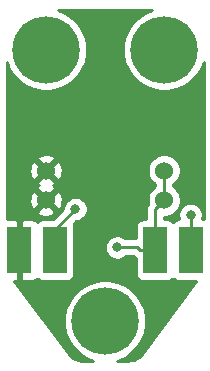
<source format=gbr>
%TF.GenerationSoftware,KiCad,Pcbnew,5.1.9+dfsg1-1+deb11u1*%
%TF.CreationDate,2023-07-29T18:16:24+09:00*%
%TF.ProjectId,probe-adapter,70726f62-652d-4616-9461-707465722e6b,rev?*%
%TF.SameCoordinates,Original*%
%TF.FileFunction,Copper,L2,Bot*%
%TF.FilePolarity,Positive*%
%FSLAX46Y46*%
G04 Gerber Fmt 4.6, Leading zero omitted, Abs format (unit mm)*
G04 Created by KiCad (PCBNEW 5.1.9+dfsg1-1+deb11u1) date 2023-07-29 18:16:24*
%MOMM*%
%LPD*%
G01*
G04 APERTURE LIST*
%TA.AperFunction,ComponentPad*%
%ADD10C,5.700000*%
%TD*%
%TA.AperFunction,SMDPad,CuDef*%
%ADD11R,2.000000X4.000000*%
%TD*%
%TA.AperFunction,ComponentPad*%
%ADD12C,1.524000*%
%TD*%
%TA.AperFunction,ViaPad*%
%ADD13C,0.800000*%
%TD*%
%TA.AperFunction,Conductor*%
%ADD14C,0.250000*%
%TD*%
%TA.AperFunction,Conductor*%
%ADD15C,0.254000*%
%TD*%
%TA.AperFunction,Conductor*%
%ADD16C,0.100000*%
%TD*%
G04 APERTURE END LIST*
D10*
%TO.P,REF\u002A\u002A,1*%
%TO.N,N/C*%
X181500000Y-124500000D03*
%TD*%
%TO.P,REF\u002A\u002A,1*%
%TO.N,N/C*%
X186500000Y-101500000D03*
%TD*%
%TO.P,REF\u002A\u002A,1*%
%TO.N,N/C*%
X176500000Y-101500000D03*
%TD*%
D11*
%TO.P,J1,1*%
%TO.N,NEOPIXEL*%
X188750000Y-118500000D03*
%TD*%
%TO.P,J2,1*%
%TO.N,GND*%
X174250000Y-118500000D03*
%TD*%
%TO.P,J3,1*%
%TO.N,PROBE*%
X185750000Y-118500000D03*
%TD*%
%TO.P,J4,1*%
%TO.N,5V*%
X177250000Y-118500000D03*
%TD*%
D12*
%TO.P,J5,1*%
%TO.N,GND*%
X176500000Y-111750000D03*
%TO.P,J5,2*%
X176500000Y-114250000D03*
%TD*%
%TO.P,J6,2*%
%TO.N,PROBE*%
X186500000Y-114250000D03*
%TO.P,J6,1*%
X186500000Y-111750000D03*
%TD*%
D13*
%TO.N,5V*%
X179000000Y-115000000D03*
%TO.N,PROBE*%
X182525000Y-118250000D03*
%TO.N,NEOPIXEL*%
X188750000Y-115500000D03*
%TD*%
D14*
%TO.N,5V*%
X177250000Y-116750000D02*
X179000000Y-115000000D01*
X177250000Y-118500000D02*
X177250000Y-116750000D01*
%TO.N,PROBE*%
X185750000Y-115000000D02*
X186500000Y-114250000D01*
X185750000Y-118500000D02*
X185750000Y-115000000D01*
X185750000Y-118500000D02*
X184500000Y-118500000D01*
X184500000Y-118500000D02*
X184250000Y-118250000D01*
X184250000Y-118250000D02*
X182525000Y-118250000D01*
X186500000Y-111750000D02*
X186500000Y-114250000D01*
%TO.N,NEOPIXEL*%
X188750000Y-118500000D02*
X188750000Y-115500000D01*
%TD*%
D15*
%TO.N,GND*%
X184849234Y-98411633D02*
X184278442Y-98793024D01*
X183793024Y-99278442D01*
X183411633Y-99849234D01*
X183148927Y-100483463D01*
X183015000Y-101156758D01*
X183015000Y-101843242D01*
X183148927Y-102516537D01*
X183411633Y-103150766D01*
X183793024Y-103721558D01*
X184278442Y-104206976D01*
X184849234Y-104588367D01*
X185483463Y-104851073D01*
X186156758Y-104985000D01*
X186843242Y-104985000D01*
X187516537Y-104851073D01*
X188150766Y-104588367D01*
X188721558Y-104206976D01*
X189206976Y-103721558D01*
X189588367Y-103150766D01*
X189840000Y-102543270D01*
X189840001Y-115870792D01*
X189750000Y-115861928D01*
X189720361Y-115861928D01*
X189745226Y-115801898D01*
X189785000Y-115601939D01*
X189785000Y-115398061D01*
X189745226Y-115198102D01*
X189667205Y-115009744D01*
X189553937Y-114840226D01*
X189409774Y-114696063D01*
X189240256Y-114582795D01*
X189051898Y-114504774D01*
X188851939Y-114465000D01*
X188648061Y-114465000D01*
X188448102Y-114504774D01*
X188259744Y-114582795D01*
X188090226Y-114696063D01*
X187946063Y-114840226D01*
X187832795Y-115009744D01*
X187754774Y-115198102D01*
X187715000Y-115398061D01*
X187715000Y-115601939D01*
X187754774Y-115801898D01*
X187779639Y-115861928D01*
X187750000Y-115861928D01*
X187625518Y-115874188D01*
X187505820Y-115910498D01*
X187395506Y-115969463D01*
X187298815Y-116048815D01*
X187250000Y-116108296D01*
X187201185Y-116048815D01*
X187104494Y-115969463D01*
X186994180Y-115910498D01*
X186874482Y-115874188D01*
X186750000Y-115861928D01*
X186510000Y-115861928D01*
X186510000Y-115647000D01*
X186637592Y-115647000D01*
X186907490Y-115593314D01*
X187161727Y-115488005D01*
X187390535Y-115335120D01*
X187585120Y-115140535D01*
X187738005Y-114911727D01*
X187843314Y-114657490D01*
X187897000Y-114387592D01*
X187897000Y-114112408D01*
X187843314Y-113842510D01*
X187738005Y-113588273D01*
X187585120Y-113359465D01*
X187390535Y-113164880D01*
X187260000Y-113077659D01*
X187260000Y-112922341D01*
X187390535Y-112835120D01*
X187585120Y-112640535D01*
X187738005Y-112411727D01*
X187843314Y-112157490D01*
X187897000Y-111887592D01*
X187897000Y-111612408D01*
X187843314Y-111342510D01*
X187738005Y-111088273D01*
X187585120Y-110859465D01*
X187390535Y-110664880D01*
X187161727Y-110511995D01*
X186907490Y-110406686D01*
X186637592Y-110353000D01*
X186362408Y-110353000D01*
X186092510Y-110406686D01*
X185838273Y-110511995D01*
X185609465Y-110664880D01*
X185414880Y-110859465D01*
X185261995Y-111088273D01*
X185156686Y-111342510D01*
X185103000Y-111612408D01*
X185103000Y-111887592D01*
X185156686Y-112157490D01*
X185261995Y-112411727D01*
X185414880Y-112640535D01*
X185609465Y-112835120D01*
X185740000Y-112922341D01*
X185740001Y-113077659D01*
X185609465Y-113164880D01*
X185414880Y-113359465D01*
X185261995Y-113588273D01*
X185156686Y-113842510D01*
X185103000Y-114112408D01*
X185103000Y-114387592D01*
X185135467Y-114550816D01*
X185115026Y-114575724D01*
X185044454Y-114707754D01*
X185031337Y-114750997D01*
X185004271Y-114840226D01*
X185000998Y-114851015D01*
X184986324Y-115000000D01*
X184990001Y-115037332D01*
X184990001Y-115861928D01*
X184750000Y-115861928D01*
X184625518Y-115874188D01*
X184505820Y-115910498D01*
X184395506Y-115969463D01*
X184298815Y-116048815D01*
X184219463Y-116145506D01*
X184160498Y-116255820D01*
X184124188Y-116375518D01*
X184111928Y-116500000D01*
X184111928Y-117490000D01*
X183228711Y-117490000D01*
X183184774Y-117446063D01*
X183015256Y-117332795D01*
X182826898Y-117254774D01*
X182626939Y-117215000D01*
X182423061Y-117215000D01*
X182223102Y-117254774D01*
X182034744Y-117332795D01*
X181865226Y-117446063D01*
X181721063Y-117590226D01*
X181607795Y-117759744D01*
X181529774Y-117948102D01*
X181490000Y-118148061D01*
X181490000Y-118351939D01*
X181529774Y-118551898D01*
X181607795Y-118740256D01*
X181721063Y-118909774D01*
X181865226Y-119053937D01*
X182034744Y-119167205D01*
X182223102Y-119245226D01*
X182423061Y-119285000D01*
X182626939Y-119285000D01*
X182826898Y-119245226D01*
X183015256Y-119167205D01*
X183184774Y-119053937D01*
X183228711Y-119010000D01*
X183935198Y-119010000D01*
X183936200Y-119011002D01*
X183959999Y-119040001D01*
X184075724Y-119134974D01*
X184111928Y-119154326D01*
X184111928Y-120500000D01*
X184124188Y-120624482D01*
X184160498Y-120744180D01*
X184219463Y-120854494D01*
X184298815Y-120951185D01*
X184395506Y-121030537D01*
X184505820Y-121089502D01*
X184625518Y-121125812D01*
X184750000Y-121138072D01*
X186750000Y-121138072D01*
X186874482Y-121125812D01*
X186994180Y-121089502D01*
X187104494Y-121030537D01*
X187201185Y-120951185D01*
X187250000Y-120891704D01*
X187298815Y-120951185D01*
X187395506Y-121030537D01*
X187505820Y-121089502D01*
X187625518Y-121125812D01*
X187750000Y-121138072D01*
X189196423Y-121138072D01*
X184591370Y-127278174D01*
X184393304Y-127494553D01*
X184183116Y-127649122D01*
X183946906Y-127759922D01*
X183685588Y-127824738D01*
X183476000Y-127840000D01*
X182543270Y-127840000D01*
X183150766Y-127588367D01*
X183721558Y-127206976D01*
X184206976Y-126721558D01*
X184588367Y-126150766D01*
X184851073Y-125516537D01*
X184985000Y-124843242D01*
X184985000Y-124156758D01*
X184851073Y-123483463D01*
X184588367Y-122849234D01*
X184206976Y-122278442D01*
X183721558Y-121793024D01*
X183150766Y-121411633D01*
X182516537Y-121148927D01*
X181843242Y-121015000D01*
X181156758Y-121015000D01*
X180483463Y-121148927D01*
X179849234Y-121411633D01*
X179278442Y-121793024D01*
X178793024Y-122278442D01*
X178411633Y-122849234D01*
X178148927Y-123483463D01*
X178015000Y-124156758D01*
X178015000Y-124843242D01*
X178148927Y-125516537D01*
X178411633Y-126150766D01*
X178793024Y-126721558D01*
X179278442Y-127206976D01*
X179849234Y-127588367D01*
X180456730Y-127840000D01*
X179532289Y-127840000D01*
X179240343Y-127811374D01*
X178990571Y-127735964D01*
X178760205Y-127613477D01*
X178551563Y-127443312D01*
X178413592Y-127284789D01*
X173801796Y-121135699D01*
X173964250Y-121135000D01*
X174123000Y-120976250D01*
X174123000Y-118627000D01*
X174103000Y-118627000D01*
X174103000Y-118373000D01*
X174123000Y-118373000D01*
X174123000Y-116023750D01*
X174377000Y-116023750D01*
X174377000Y-118373000D01*
X174397000Y-118373000D01*
X174397000Y-118627000D01*
X174377000Y-118627000D01*
X174377000Y-120976250D01*
X174535750Y-121135000D01*
X175250000Y-121138072D01*
X175374482Y-121125812D01*
X175494180Y-121089502D01*
X175604494Y-121030537D01*
X175701185Y-120951185D01*
X175750000Y-120891704D01*
X175798815Y-120951185D01*
X175895506Y-121030537D01*
X176005820Y-121089502D01*
X176125518Y-121125812D01*
X176250000Y-121138072D01*
X178250000Y-121138072D01*
X178374482Y-121125812D01*
X178494180Y-121089502D01*
X178604494Y-121030537D01*
X178701185Y-120951185D01*
X178780537Y-120854494D01*
X178839502Y-120744180D01*
X178875812Y-120624482D01*
X178888072Y-120500000D01*
X178888072Y-116500000D01*
X178875812Y-116375518D01*
X178839502Y-116255820D01*
X178832354Y-116242447D01*
X179039802Y-116035000D01*
X179101939Y-116035000D01*
X179301898Y-115995226D01*
X179490256Y-115917205D01*
X179659774Y-115803937D01*
X179803937Y-115659774D01*
X179917205Y-115490256D01*
X179995226Y-115301898D01*
X180035000Y-115101939D01*
X180035000Y-114898061D01*
X179995226Y-114698102D01*
X179917205Y-114509744D01*
X179803937Y-114340226D01*
X179659774Y-114196063D01*
X179490256Y-114082795D01*
X179301898Y-114004774D01*
X179101939Y-113965000D01*
X178898061Y-113965000D01*
X178698102Y-114004774D01*
X178509744Y-114082795D01*
X178340226Y-114196063D01*
X178196063Y-114340226D01*
X178082795Y-114509744D01*
X178004774Y-114698102D01*
X177965000Y-114898061D01*
X177965000Y-114960198D01*
X177063271Y-115861928D01*
X176250000Y-115861928D01*
X176125518Y-115874188D01*
X176005820Y-115910498D01*
X175895506Y-115969463D01*
X175798815Y-116048815D01*
X175750000Y-116108296D01*
X175701185Y-116048815D01*
X175604494Y-115969463D01*
X175494180Y-115910498D01*
X175374482Y-115874188D01*
X175250000Y-115861928D01*
X174535750Y-115865000D01*
X174377000Y-116023750D01*
X174123000Y-116023750D01*
X173964250Y-115865000D01*
X173250000Y-115861928D01*
X173160000Y-115870792D01*
X173160000Y-115215565D01*
X175714040Y-115215565D01*
X175781020Y-115455656D01*
X176030048Y-115572756D01*
X176297135Y-115639023D01*
X176572017Y-115651910D01*
X176844133Y-115610922D01*
X177103023Y-115517636D01*
X177218980Y-115455656D01*
X177285960Y-115215565D01*
X176500000Y-114429605D01*
X175714040Y-115215565D01*
X173160000Y-115215565D01*
X173160000Y-114322017D01*
X175098090Y-114322017D01*
X175139078Y-114594133D01*
X175232364Y-114853023D01*
X175294344Y-114968980D01*
X175534435Y-115035960D01*
X176320395Y-114250000D01*
X176679605Y-114250000D01*
X177465565Y-115035960D01*
X177705656Y-114968980D01*
X177822756Y-114719952D01*
X177889023Y-114452865D01*
X177901910Y-114177983D01*
X177860922Y-113905867D01*
X177767636Y-113646977D01*
X177705656Y-113531020D01*
X177465565Y-113464040D01*
X176679605Y-114250000D01*
X176320395Y-114250000D01*
X175534435Y-113464040D01*
X175294344Y-113531020D01*
X175177244Y-113780048D01*
X175110977Y-114047135D01*
X175098090Y-114322017D01*
X173160000Y-114322017D01*
X173160000Y-112715565D01*
X175714040Y-112715565D01*
X175781020Y-112955656D01*
X175869290Y-112997163D01*
X175781020Y-113044344D01*
X175714040Y-113284435D01*
X176500000Y-114070395D01*
X177285960Y-113284435D01*
X177218980Y-113044344D01*
X177130710Y-113002837D01*
X177218980Y-112955656D01*
X177285960Y-112715565D01*
X176500000Y-111929605D01*
X175714040Y-112715565D01*
X173160000Y-112715565D01*
X173160000Y-111822017D01*
X175098090Y-111822017D01*
X175139078Y-112094133D01*
X175232364Y-112353023D01*
X175294344Y-112468980D01*
X175534435Y-112535960D01*
X176320395Y-111750000D01*
X176679605Y-111750000D01*
X177465565Y-112535960D01*
X177705656Y-112468980D01*
X177822756Y-112219952D01*
X177889023Y-111952865D01*
X177901910Y-111677983D01*
X177860922Y-111405867D01*
X177767636Y-111146977D01*
X177705656Y-111031020D01*
X177465565Y-110964040D01*
X176679605Y-111750000D01*
X176320395Y-111750000D01*
X175534435Y-110964040D01*
X175294344Y-111031020D01*
X175177244Y-111280048D01*
X175110977Y-111547135D01*
X175098090Y-111822017D01*
X173160000Y-111822017D01*
X173160000Y-110784435D01*
X175714040Y-110784435D01*
X176500000Y-111570395D01*
X177285960Y-110784435D01*
X177218980Y-110544344D01*
X176969952Y-110427244D01*
X176702865Y-110360977D01*
X176427983Y-110348090D01*
X176155867Y-110389078D01*
X175896977Y-110482364D01*
X175781020Y-110544344D01*
X175714040Y-110784435D01*
X173160000Y-110784435D01*
X173160000Y-102543270D01*
X173411633Y-103150766D01*
X173793024Y-103721558D01*
X174278442Y-104206976D01*
X174849234Y-104588367D01*
X175483463Y-104851073D01*
X176156758Y-104985000D01*
X176843242Y-104985000D01*
X177516537Y-104851073D01*
X178150766Y-104588367D01*
X178721558Y-104206976D01*
X179206976Y-103721558D01*
X179588367Y-103150766D01*
X179851073Y-102516537D01*
X179985000Y-101843242D01*
X179985000Y-101156758D01*
X179851073Y-100483463D01*
X179588367Y-99849234D01*
X179206976Y-99278442D01*
X178721558Y-98793024D01*
X178150766Y-98411633D01*
X177543270Y-98160000D01*
X185456730Y-98160000D01*
X184849234Y-98411633D01*
%TA.AperFunction,Conductor*%
D16*
G36*
X184849234Y-98411633D02*
G01*
X184278442Y-98793024D01*
X183793024Y-99278442D01*
X183411633Y-99849234D01*
X183148927Y-100483463D01*
X183015000Y-101156758D01*
X183015000Y-101843242D01*
X183148927Y-102516537D01*
X183411633Y-103150766D01*
X183793024Y-103721558D01*
X184278442Y-104206976D01*
X184849234Y-104588367D01*
X185483463Y-104851073D01*
X186156758Y-104985000D01*
X186843242Y-104985000D01*
X187516537Y-104851073D01*
X188150766Y-104588367D01*
X188721558Y-104206976D01*
X189206976Y-103721558D01*
X189588367Y-103150766D01*
X189840000Y-102543270D01*
X189840001Y-115870792D01*
X189750000Y-115861928D01*
X189720361Y-115861928D01*
X189745226Y-115801898D01*
X189785000Y-115601939D01*
X189785000Y-115398061D01*
X189745226Y-115198102D01*
X189667205Y-115009744D01*
X189553937Y-114840226D01*
X189409774Y-114696063D01*
X189240256Y-114582795D01*
X189051898Y-114504774D01*
X188851939Y-114465000D01*
X188648061Y-114465000D01*
X188448102Y-114504774D01*
X188259744Y-114582795D01*
X188090226Y-114696063D01*
X187946063Y-114840226D01*
X187832795Y-115009744D01*
X187754774Y-115198102D01*
X187715000Y-115398061D01*
X187715000Y-115601939D01*
X187754774Y-115801898D01*
X187779639Y-115861928D01*
X187750000Y-115861928D01*
X187625518Y-115874188D01*
X187505820Y-115910498D01*
X187395506Y-115969463D01*
X187298815Y-116048815D01*
X187250000Y-116108296D01*
X187201185Y-116048815D01*
X187104494Y-115969463D01*
X186994180Y-115910498D01*
X186874482Y-115874188D01*
X186750000Y-115861928D01*
X186510000Y-115861928D01*
X186510000Y-115647000D01*
X186637592Y-115647000D01*
X186907490Y-115593314D01*
X187161727Y-115488005D01*
X187390535Y-115335120D01*
X187585120Y-115140535D01*
X187738005Y-114911727D01*
X187843314Y-114657490D01*
X187897000Y-114387592D01*
X187897000Y-114112408D01*
X187843314Y-113842510D01*
X187738005Y-113588273D01*
X187585120Y-113359465D01*
X187390535Y-113164880D01*
X187260000Y-113077659D01*
X187260000Y-112922341D01*
X187390535Y-112835120D01*
X187585120Y-112640535D01*
X187738005Y-112411727D01*
X187843314Y-112157490D01*
X187897000Y-111887592D01*
X187897000Y-111612408D01*
X187843314Y-111342510D01*
X187738005Y-111088273D01*
X187585120Y-110859465D01*
X187390535Y-110664880D01*
X187161727Y-110511995D01*
X186907490Y-110406686D01*
X186637592Y-110353000D01*
X186362408Y-110353000D01*
X186092510Y-110406686D01*
X185838273Y-110511995D01*
X185609465Y-110664880D01*
X185414880Y-110859465D01*
X185261995Y-111088273D01*
X185156686Y-111342510D01*
X185103000Y-111612408D01*
X185103000Y-111887592D01*
X185156686Y-112157490D01*
X185261995Y-112411727D01*
X185414880Y-112640535D01*
X185609465Y-112835120D01*
X185740000Y-112922341D01*
X185740001Y-113077659D01*
X185609465Y-113164880D01*
X185414880Y-113359465D01*
X185261995Y-113588273D01*
X185156686Y-113842510D01*
X185103000Y-114112408D01*
X185103000Y-114387592D01*
X185135467Y-114550816D01*
X185115026Y-114575724D01*
X185044454Y-114707754D01*
X185031337Y-114750997D01*
X185004271Y-114840226D01*
X185000998Y-114851015D01*
X184986324Y-115000000D01*
X184990001Y-115037332D01*
X184990001Y-115861928D01*
X184750000Y-115861928D01*
X184625518Y-115874188D01*
X184505820Y-115910498D01*
X184395506Y-115969463D01*
X184298815Y-116048815D01*
X184219463Y-116145506D01*
X184160498Y-116255820D01*
X184124188Y-116375518D01*
X184111928Y-116500000D01*
X184111928Y-117490000D01*
X183228711Y-117490000D01*
X183184774Y-117446063D01*
X183015256Y-117332795D01*
X182826898Y-117254774D01*
X182626939Y-117215000D01*
X182423061Y-117215000D01*
X182223102Y-117254774D01*
X182034744Y-117332795D01*
X181865226Y-117446063D01*
X181721063Y-117590226D01*
X181607795Y-117759744D01*
X181529774Y-117948102D01*
X181490000Y-118148061D01*
X181490000Y-118351939D01*
X181529774Y-118551898D01*
X181607795Y-118740256D01*
X181721063Y-118909774D01*
X181865226Y-119053937D01*
X182034744Y-119167205D01*
X182223102Y-119245226D01*
X182423061Y-119285000D01*
X182626939Y-119285000D01*
X182826898Y-119245226D01*
X183015256Y-119167205D01*
X183184774Y-119053937D01*
X183228711Y-119010000D01*
X183935198Y-119010000D01*
X183936200Y-119011002D01*
X183959999Y-119040001D01*
X184075724Y-119134974D01*
X184111928Y-119154326D01*
X184111928Y-120500000D01*
X184124188Y-120624482D01*
X184160498Y-120744180D01*
X184219463Y-120854494D01*
X184298815Y-120951185D01*
X184395506Y-121030537D01*
X184505820Y-121089502D01*
X184625518Y-121125812D01*
X184750000Y-121138072D01*
X186750000Y-121138072D01*
X186874482Y-121125812D01*
X186994180Y-121089502D01*
X187104494Y-121030537D01*
X187201185Y-120951185D01*
X187250000Y-120891704D01*
X187298815Y-120951185D01*
X187395506Y-121030537D01*
X187505820Y-121089502D01*
X187625518Y-121125812D01*
X187750000Y-121138072D01*
X189196423Y-121138072D01*
X184591370Y-127278174D01*
X184393304Y-127494553D01*
X184183116Y-127649122D01*
X183946906Y-127759922D01*
X183685588Y-127824738D01*
X183476000Y-127840000D01*
X182543270Y-127840000D01*
X183150766Y-127588367D01*
X183721558Y-127206976D01*
X184206976Y-126721558D01*
X184588367Y-126150766D01*
X184851073Y-125516537D01*
X184985000Y-124843242D01*
X184985000Y-124156758D01*
X184851073Y-123483463D01*
X184588367Y-122849234D01*
X184206976Y-122278442D01*
X183721558Y-121793024D01*
X183150766Y-121411633D01*
X182516537Y-121148927D01*
X181843242Y-121015000D01*
X181156758Y-121015000D01*
X180483463Y-121148927D01*
X179849234Y-121411633D01*
X179278442Y-121793024D01*
X178793024Y-122278442D01*
X178411633Y-122849234D01*
X178148927Y-123483463D01*
X178015000Y-124156758D01*
X178015000Y-124843242D01*
X178148927Y-125516537D01*
X178411633Y-126150766D01*
X178793024Y-126721558D01*
X179278442Y-127206976D01*
X179849234Y-127588367D01*
X180456730Y-127840000D01*
X179532289Y-127840000D01*
X179240343Y-127811374D01*
X178990571Y-127735964D01*
X178760205Y-127613477D01*
X178551563Y-127443312D01*
X178413592Y-127284789D01*
X173801796Y-121135699D01*
X173964250Y-121135000D01*
X174123000Y-120976250D01*
X174123000Y-118627000D01*
X174103000Y-118627000D01*
X174103000Y-118373000D01*
X174123000Y-118373000D01*
X174123000Y-116023750D01*
X174377000Y-116023750D01*
X174377000Y-118373000D01*
X174397000Y-118373000D01*
X174397000Y-118627000D01*
X174377000Y-118627000D01*
X174377000Y-120976250D01*
X174535750Y-121135000D01*
X175250000Y-121138072D01*
X175374482Y-121125812D01*
X175494180Y-121089502D01*
X175604494Y-121030537D01*
X175701185Y-120951185D01*
X175750000Y-120891704D01*
X175798815Y-120951185D01*
X175895506Y-121030537D01*
X176005820Y-121089502D01*
X176125518Y-121125812D01*
X176250000Y-121138072D01*
X178250000Y-121138072D01*
X178374482Y-121125812D01*
X178494180Y-121089502D01*
X178604494Y-121030537D01*
X178701185Y-120951185D01*
X178780537Y-120854494D01*
X178839502Y-120744180D01*
X178875812Y-120624482D01*
X178888072Y-120500000D01*
X178888072Y-116500000D01*
X178875812Y-116375518D01*
X178839502Y-116255820D01*
X178832354Y-116242447D01*
X179039802Y-116035000D01*
X179101939Y-116035000D01*
X179301898Y-115995226D01*
X179490256Y-115917205D01*
X179659774Y-115803937D01*
X179803937Y-115659774D01*
X179917205Y-115490256D01*
X179995226Y-115301898D01*
X180035000Y-115101939D01*
X180035000Y-114898061D01*
X179995226Y-114698102D01*
X179917205Y-114509744D01*
X179803937Y-114340226D01*
X179659774Y-114196063D01*
X179490256Y-114082795D01*
X179301898Y-114004774D01*
X179101939Y-113965000D01*
X178898061Y-113965000D01*
X178698102Y-114004774D01*
X178509744Y-114082795D01*
X178340226Y-114196063D01*
X178196063Y-114340226D01*
X178082795Y-114509744D01*
X178004774Y-114698102D01*
X177965000Y-114898061D01*
X177965000Y-114960198D01*
X177063271Y-115861928D01*
X176250000Y-115861928D01*
X176125518Y-115874188D01*
X176005820Y-115910498D01*
X175895506Y-115969463D01*
X175798815Y-116048815D01*
X175750000Y-116108296D01*
X175701185Y-116048815D01*
X175604494Y-115969463D01*
X175494180Y-115910498D01*
X175374482Y-115874188D01*
X175250000Y-115861928D01*
X174535750Y-115865000D01*
X174377000Y-116023750D01*
X174123000Y-116023750D01*
X173964250Y-115865000D01*
X173250000Y-115861928D01*
X173160000Y-115870792D01*
X173160000Y-115215565D01*
X175714040Y-115215565D01*
X175781020Y-115455656D01*
X176030048Y-115572756D01*
X176297135Y-115639023D01*
X176572017Y-115651910D01*
X176844133Y-115610922D01*
X177103023Y-115517636D01*
X177218980Y-115455656D01*
X177285960Y-115215565D01*
X176500000Y-114429605D01*
X175714040Y-115215565D01*
X173160000Y-115215565D01*
X173160000Y-114322017D01*
X175098090Y-114322017D01*
X175139078Y-114594133D01*
X175232364Y-114853023D01*
X175294344Y-114968980D01*
X175534435Y-115035960D01*
X176320395Y-114250000D01*
X176679605Y-114250000D01*
X177465565Y-115035960D01*
X177705656Y-114968980D01*
X177822756Y-114719952D01*
X177889023Y-114452865D01*
X177901910Y-114177983D01*
X177860922Y-113905867D01*
X177767636Y-113646977D01*
X177705656Y-113531020D01*
X177465565Y-113464040D01*
X176679605Y-114250000D01*
X176320395Y-114250000D01*
X175534435Y-113464040D01*
X175294344Y-113531020D01*
X175177244Y-113780048D01*
X175110977Y-114047135D01*
X175098090Y-114322017D01*
X173160000Y-114322017D01*
X173160000Y-112715565D01*
X175714040Y-112715565D01*
X175781020Y-112955656D01*
X175869290Y-112997163D01*
X175781020Y-113044344D01*
X175714040Y-113284435D01*
X176500000Y-114070395D01*
X177285960Y-113284435D01*
X177218980Y-113044344D01*
X177130710Y-113002837D01*
X177218980Y-112955656D01*
X177285960Y-112715565D01*
X176500000Y-111929605D01*
X175714040Y-112715565D01*
X173160000Y-112715565D01*
X173160000Y-111822017D01*
X175098090Y-111822017D01*
X175139078Y-112094133D01*
X175232364Y-112353023D01*
X175294344Y-112468980D01*
X175534435Y-112535960D01*
X176320395Y-111750000D01*
X176679605Y-111750000D01*
X177465565Y-112535960D01*
X177705656Y-112468980D01*
X177822756Y-112219952D01*
X177889023Y-111952865D01*
X177901910Y-111677983D01*
X177860922Y-111405867D01*
X177767636Y-111146977D01*
X177705656Y-111031020D01*
X177465565Y-110964040D01*
X176679605Y-111750000D01*
X176320395Y-111750000D01*
X175534435Y-110964040D01*
X175294344Y-111031020D01*
X175177244Y-111280048D01*
X175110977Y-111547135D01*
X175098090Y-111822017D01*
X173160000Y-111822017D01*
X173160000Y-110784435D01*
X175714040Y-110784435D01*
X176500000Y-111570395D01*
X177285960Y-110784435D01*
X177218980Y-110544344D01*
X176969952Y-110427244D01*
X176702865Y-110360977D01*
X176427983Y-110348090D01*
X176155867Y-110389078D01*
X175896977Y-110482364D01*
X175781020Y-110544344D01*
X175714040Y-110784435D01*
X173160000Y-110784435D01*
X173160000Y-102543270D01*
X173411633Y-103150766D01*
X173793024Y-103721558D01*
X174278442Y-104206976D01*
X174849234Y-104588367D01*
X175483463Y-104851073D01*
X176156758Y-104985000D01*
X176843242Y-104985000D01*
X177516537Y-104851073D01*
X178150766Y-104588367D01*
X178721558Y-104206976D01*
X179206976Y-103721558D01*
X179588367Y-103150766D01*
X179851073Y-102516537D01*
X179985000Y-101843242D01*
X179985000Y-101156758D01*
X179851073Y-100483463D01*
X179588367Y-99849234D01*
X179206976Y-99278442D01*
X178721558Y-98793024D01*
X178150766Y-98411633D01*
X177543270Y-98160000D01*
X185456730Y-98160000D01*
X184849234Y-98411633D01*
G37*
%TD.AperFunction*%
%TD*%
M02*

</source>
